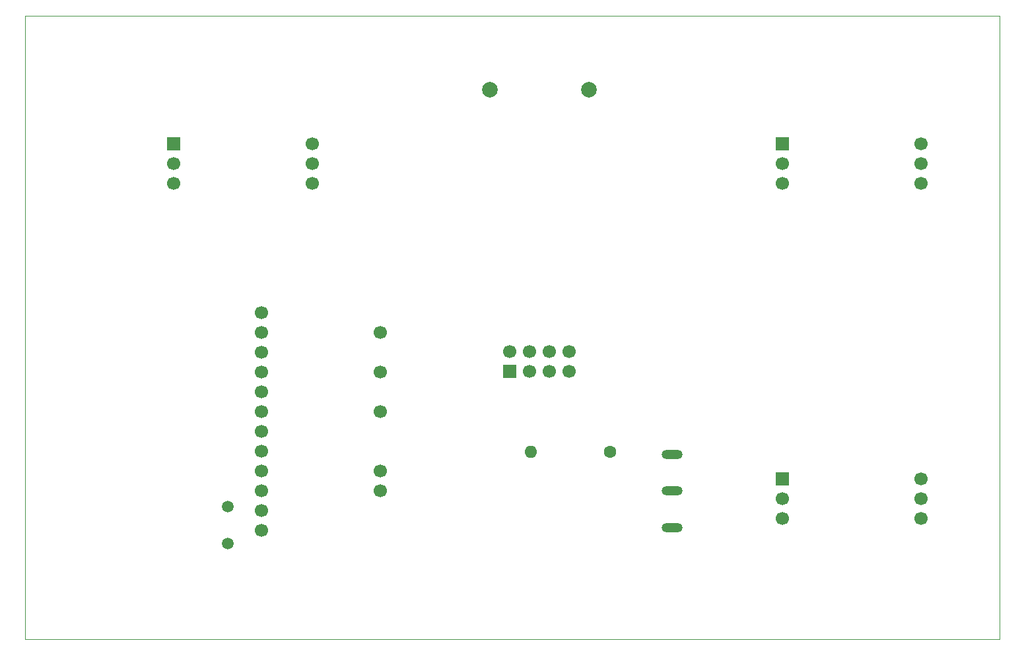
<source format=gbr>
%TF.GenerationSoftware,KiCad,Pcbnew,6.0.11+dfsg-1*%
%TF.CreationDate,2024-04-17T23:55:35+03:00*%
%TF.ProjectId,remote,72656d6f-7465-42e6-9b69-6361645f7063,rev?*%
%TF.SameCoordinates,Original*%
%TF.FileFunction,Soldermask,Top*%
%TF.FilePolarity,Negative*%
%FSLAX46Y46*%
G04 Gerber Fmt 4.6, Leading zero omitted, Abs format (unit mm)*
G04 Created by KiCad (PCBNEW 6.0.11+dfsg-1) date 2024-04-17 23:55:35*
%MOMM*%
%LPD*%
G01*
G04 APERTURE LIST*
%TA.AperFunction,Profile*%
%ADD10C,0.100000*%
%TD*%
%ADD11R,1.700000X1.700000*%
%ADD12C,1.700000*%
%ADD13C,2.000000*%
%ADD14C,1.500000*%
%ADD15O,2.700000X1.200000*%
%ADD16C,1.600000*%
%ADD17O,1.600000X1.600000*%
G04 APERTURE END LIST*
D10*
X49000000Y-97000000D02*
X174000000Y-97000000D01*
X174000000Y-97000000D02*
X174000000Y-177000000D01*
X174000000Y-177000000D02*
X49000000Y-177000000D01*
X49000000Y-177000000D02*
X49000000Y-97000000D01*
D11*
%TO.C,U1*%
X111190000Y-142627500D03*
D12*
X111190000Y-140087500D03*
X113730000Y-142627500D03*
X113730000Y-140087500D03*
X116270000Y-142627500D03*
X116270000Y-140087500D03*
X118810000Y-142627500D03*
X118810000Y-140087500D03*
D13*
X121350000Y-106452500D03*
X108650000Y-106452500D03*
%TD*%
D12*
%TO.C,U2*%
X94620000Y-157985000D03*
X94620000Y-155445000D03*
X94620000Y-147825000D03*
X94620000Y-142745000D03*
X94620000Y-137665000D03*
X79380000Y-135125000D03*
X79380000Y-137665000D03*
X79380000Y-140205000D03*
X79380000Y-142745000D03*
X79380000Y-145285000D03*
X79380000Y-147825000D03*
X79380000Y-150365000D03*
X79380000Y-152905000D03*
X79380000Y-155445000D03*
X79380000Y-157985000D03*
X79380000Y-160525000D03*
X79380000Y-163065000D03*
%TD*%
D14*
%TO.C,X1.2*%
X75000000Y-160000000D03*
%TD*%
D15*
%TO.C,S1*%
X132000000Y-158000000D03*
X132000000Y-162700000D03*
X132000000Y-153300000D03*
%TD*%
D14*
%TO.C,X1.1*%
X75000000Y-164730000D03*
%TD*%
D11*
%TO.C,U5*%
X68110000Y-113460000D03*
D12*
X68110000Y-116000000D03*
X68110000Y-118540000D03*
X85890000Y-118540000D03*
X85890000Y-116000000D03*
X85890000Y-113460000D03*
%TD*%
D11*
%TO.C,U4*%
X146110000Y-113460000D03*
D12*
X146110000Y-116000000D03*
X146110000Y-118540000D03*
X163890000Y-118540000D03*
X163890000Y-116000000D03*
X163890000Y-113460000D03*
%TD*%
D16*
%TO.C,R1*%
X124080000Y-153000000D03*
D17*
X113920000Y-153000000D03*
%TD*%
D11*
%TO.C,U3*%
X146110000Y-156460000D03*
D12*
X146110000Y-159000000D03*
X146110000Y-161540000D03*
X163890000Y-161540000D03*
X163890000Y-159000000D03*
X163890000Y-156460000D03*
%TD*%
M02*

</source>
